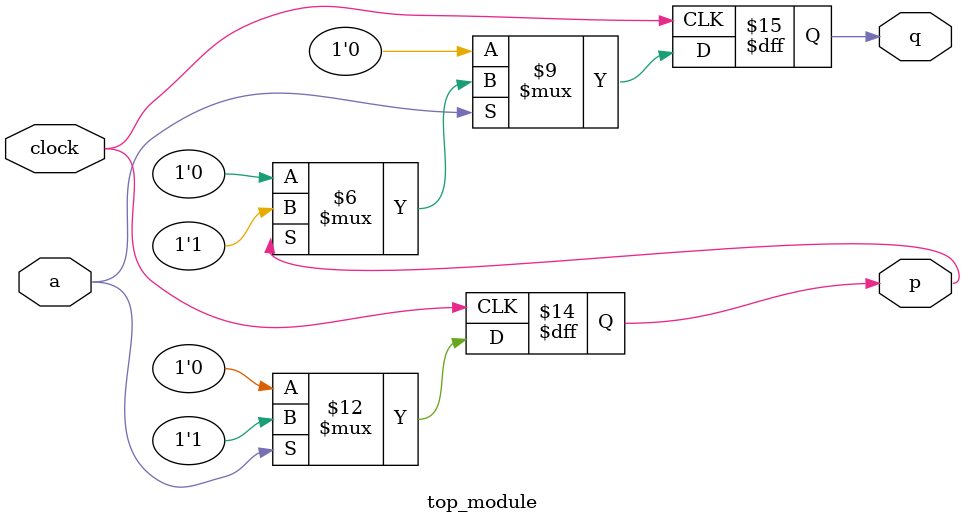
<source format=sv>
module top_module (
    input clock,
    input a, 
    output reg p,
    output reg q
);

always @(posedge clock) begin
    // Update p
    if (~a) begin
        p <= 0;
    end else begin
        p <= 1;
    end

    // Update q
    if (~a) begin
        q <= 0;
    end else begin
        if (p == 1) begin
            q <= 1;
        end else begin
            q <= 0;
        end
    end
end

endmodule

</source>
